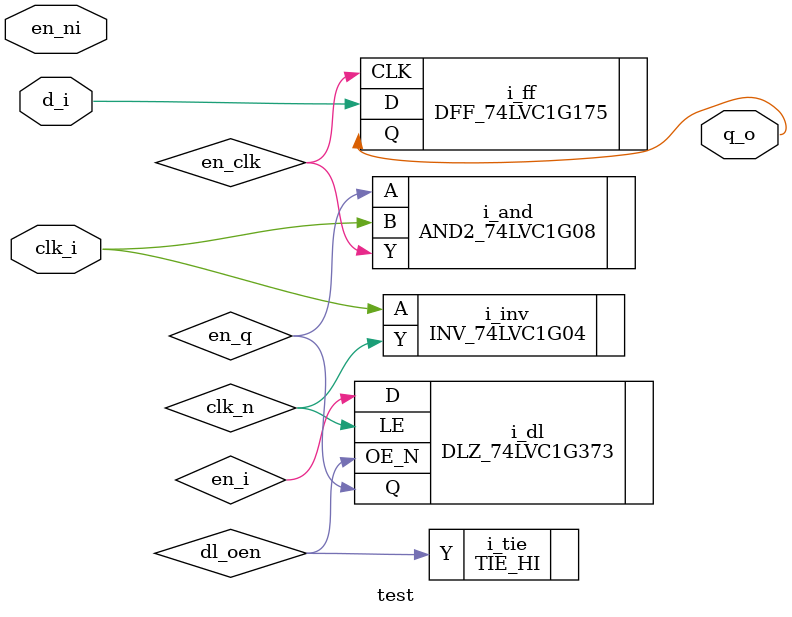
<source format=v>
module test(
    input clk_i,
    input en_ni,
    input d_i,
    output q_o
);
    wire clk_n, en_q, en_clk, dl_oen;

    INV_74LVC1G04 i_inv (
        .A(clk_i),
        .Y(clk_n)
    );

    TIE_HI i_tie (
        .Y(dl_oen)
    );

    DLZ_74LVC1G373 i_dl (
        .LE(clk_n),
        .OE_N(dl_oen),
        .D(en_i),
        .Q(en_q)
    );

    AND2_74LVC1G08 i_and (
        .A(en_q),
        .B(clk_i),
        .Y(en_clk)
    );

    DFF_74LVC1G175 i_ff (
        .CLK(en_clk),
        .D(d_i),
        .Q(q_o)
    );

endmodule

</source>
